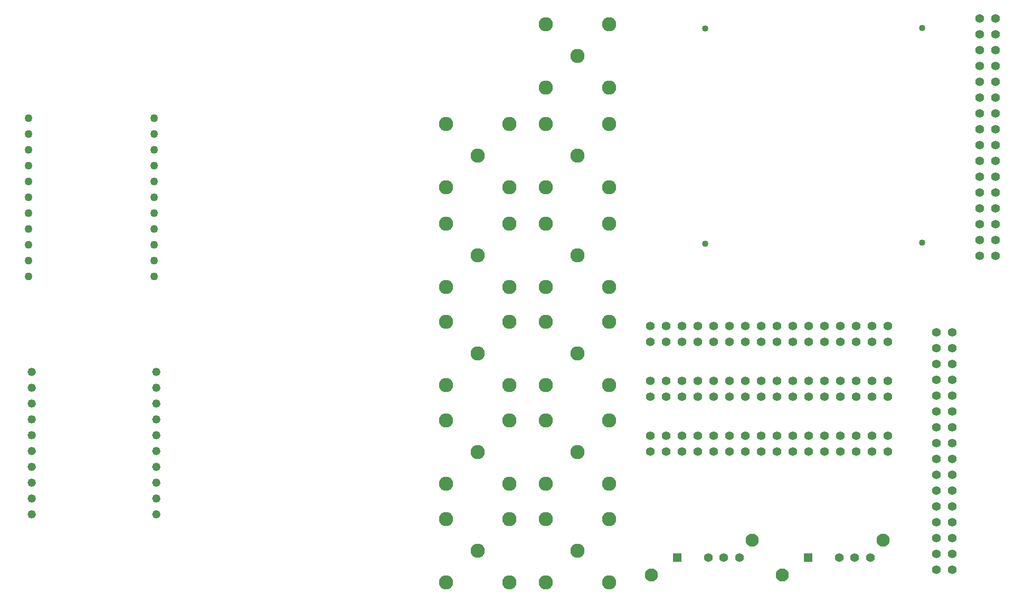
<source format=gbr>
%TF.GenerationSoftware,KiCad,Pcbnew,(6.0.8-1)-1*%
%TF.CreationDate,2022-11-09T12:39:36-05:00*%
%TF.ProjectId,HermEIS,4865726d-4549-4532-9e6b-696361645f70,rev?*%
%TF.SameCoordinates,Original*%
%TF.FileFunction,Soldermask,Bot*%
%TF.FilePolarity,Negative*%
%FSLAX46Y46*%
G04 Gerber Fmt 4.6, Leading zero omitted, Abs format (unit mm)*
G04 Created by KiCad (PCBNEW (6.0.8-1)-1) date 2022-11-09 12:39:36*
%MOMM*%
%LPD*%
G01*
G04 APERTURE LIST*
%ADD10C,2.286000*%
%ADD11C,1.016000*%
%ADD12C,1.397000*%
%ADD13C,1.270000*%
%ADD14C,1.320800*%
%ADD15R,1.408000X1.408000*%
%ADD16C,1.408000*%
%ADD17C,2.100000*%
G04 APERTURE END LIST*
D10*
%TO.C,J2*%
X107000000Y-57250000D03*
X101920000Y-62330000D03*
X112080000Y-62330000D03*
X101920000Y-52170000D03*
X112080000Y-52170000D03*
%TD*%
%TO.C,J7*%
X107000000Y-73250000D03*
X101920000Y-68170000D03*
X112080000Y-68170000D03*
X101920000Y-78330000D03*
X112080000Y-78330000D03*
%TD*%
D11*
%TO.C,J19*%
X143452000Y-36864750D03*
X143452000Y-71345250D03*
%TD*%
D12*
%TO.C,J18*%
X190032800Y-73355000D03*
X190032800Y-70815000D03*
X190032800Y-68275000D03*
X190032800Y-65735000D03*
X190032800Y-63195000D03*
X190032800Y-60655000D03*
X190032800Y-58115000D03*
X190032800Y-55575000D03*
X190032800Y-53035000D03*
X190032800Y-50495000D03*
X190032800Y-47955000D03*
X190032800Y-45415000D03*
X190032800Y-42875000D03*
X190032800Y-40335000D03*
X190032800Y-37795000D03*
X190032800Y-35255000D03*
X187492800Y-73355000D03*
X187492800Y-70815000D03*
X187492800Y-68275000D03*
X187492800Y-65735000D03*
X187492800Y-63195000D03*
X187492800Y-60655000D03*
X187492800Y-58115000D03*
X187492800Y-55575000D03*
X187492800Y-53035000D03*
X187492800Y-50495000D03*
X187492800Y-47955000D03*
X187492800Y-45415000D03*
X187492800Y-42875000D03*
X187492800Y-40335000D03*
X187492800Y-37795000D03*
X187492800Y-35255000D03*
%TD*%
%TO.C,J17*%
X183112800Y-123745000D03*
X183112800Y-121205000D03*
X183112800Y-118665000D03*
X183112800Y-116125000D03*
X183112800Y-113585000D03*
X183112800Y-111045000D03*
X183112800Y-108505000D03*
X183112800Y-105965000D03*
X183112800Y-103425000D03*
X183112800Y-100885000D03*
X183112800Y-98345000D03*
X183112800Y-95805000D03*
X183112800Y-93265000D03*
X183112800Y-90725000D03*
X183112800Y-88185000D03*
X183112800Y-85645000D03*
X180572800Y-123745000D03*
X180572800Y-121205000D03*
X180572800Y-118665000D03*
X180572800Y-116125000D03*
X180572800Y-113585000D03*
X180572800Y-111045000D03*
X180572800Y-108505000D03*
X180572800Y-105965000D03*
X180572800Y-103425000D03*
X180572800Y-100885000D03*
X180572800Y-98345000D03*
X180572800Y-95805000D03*
X180572800Y-93265000D03*
X180572800Y-90725000D03*
X180572800Y-88185000D03*
X180572800Y-85645000D03*
%TD*%
D13*
%TO.C,J16*%
X55115700Y-51255000D03*
X55115700Y-53795000D03*
X55115700Y-56335000D03*
X55115700Y-58875000D03*
X55115700Y-61415000D03*
X55115700Y-63955000D03*
X55115700Y-66495000D03*
X55115700Y-69035000D03*
X55115700Y-71575000D03*
X55115700Y-74115000D03*
X55115700Y-76655000D03*
%TD*%
D11*
%TO.C,J20*%
X178282000Y-36709750D03*
X178282000Y-71190250D03*
%TD*%
D10*
%TO.C,J6*%
X123020000Y-41280000D03*
X117940000Y-46360000D03*
X128100000Y-36200000D03*
X117940000Y-36200000D03*
X128100000Y-46360000D03*
%TD*%
D12*
%TO.C,J21*%
X134710000Y-95926133D03*
X137250000Y-95926133D03*
X139790000Y-95926133D03*
X142330000Y-95926133D03*
X144870000Y-95926133D03*
X147410000Y-95926133D03*
X149950000Y-95926133D03*
X152490000Y-95926133D03*
X155030000Y-95926133D03*
X157570000Y-95926133D03*
X160110000Y-95926133D03*
X162650000Y-95926133D03*
X165190000Y-95926133D03*
X167730000Y-95926133D03*
X170270000Y-95926133D03*
X172810000Y-95926133D03*
X134710000Y-93386133D03*
X137250000Y-93386133D03*
X139790000Y-93386133D03*
X142330000Y-93386133D03*
X144870000Y-93386133D03*
X147410000Y-93386133D03*
X149950000Y-93386133D03*
X152490000Y-93386133D03*
X155030000Y-93386133D03*
X157570000Y-93386133D03*
X160110000Y-93386133D03*
X162650000Y-93386133D03*
X165190000Y-93386133D03*
X167730000Y-93386133D03*
X170270000Y-93386133D03*
X172810000Y-93386133D03*
%TD*%
%TO.C,J22*%
X134710000Y-87142800D03*
X137250000Y-87142800D03*
X139790000Y-87142800D03*
X142330000Y-87142800D03*
X144870000Y-87142800D03*
X147410000Y-87142800D03*
X149950000Y-87142800D03*
X152490000Y-87142800D03*
X155030000Y-87142800D03*
X157570000Y-87142800D03*
X160110000Y-87142800D03*
X162650000Y-87142800D03*
X165190000Y-87142800D03*
X167730000Y-87142800D03*
X170270000Y-87142800D03*
X172810000Y-87142800D03*
X134710000Y-84602800D03*
X137250000Y-84602800D03*
X139790000Y-84602800D03*
X142330000Y-84602800D03*
X144870000Y-84602800D03*
X147410000Y-84602800D03*
X149950000Y-84602800D03*
X152490000Y-84602800D03*
X155030000Y-84602800D03*
X157570000Y-84602800D03*
X160110000Y-84602800D03*
X162650000Y-84602800D03*
X165190000Y-84602800D03*
X167730000Y-84602800D03*
X170270000Y-84602800D03*
X172810000Y-84602800D03*
%TD*%
D10*
%TO.C,J11*%
X123020000Y-120675000D03*
X128100000Y-125755000D03*
X117940000Y-125755000D03*
X117940000Y-115595000D03*
X128100000Y-115595000D03*
%TD*%
%TO.C,J5*%
X107000000Y-120670000D03*
X112080000Y-125750000D03*
X101920000Y-125750000D03*
X112080000Y-115590000D03*
X101920000Y-115590000D03*
%TD*%
D14*
%TO.C,J15*%
X55407500Y-91955000D03*
X55407500Y-94495000D03*
X55407500Y-97035000D03*
X55407500Y-99575000D03*
X55407500Y-102115000D03*
X55407500Y-104655000D03*
X55407500Y-107195000D03*
X55407500Y-109735000D03*
X55407500Y-112275000D03*
X55407500Y-114815000D03*
%TD*%
D10*
%TO.C,J10*%
X123020000Y-104825000D03*
X128100000Y-99745000D03*
X117940000Y-109905000D03*
X117940000Y-99745000D03*
X128100000Y-109905000D03*
%TD*%
%TO.C,J1*%
X123020000Y-57255000D03*
X128100000Y-52175000D03*
X117940000Y-52175000D03*
X128100000Y-62335000D03*
X117940000Y-62335000D03*
%TD*%
%TO.C,J8*%
X123020000Y-73255000D03*
X128100000Y-78335000D03*
X117940000Y-68175000D03*
X117940000Y-78335000D03*
X128100000Y-68175000D03*
%TD*%
%TO.C,J4*%
X107000000Y-104820000D03*
X101920000Y-109900000D03*
X101920000Y-99740000D03*
X112080000Y-99740000D03*
X112080000Y-109900000D03*
%TD*%
%TO.C,J3*%
X107000000Y-88970000D03*
X112080000Y-94050000D03*
X101920000Y-94050000D03*
X112080000Y-83890000D03*
X101920000Y-83890000D03*
%TD*%
D12*
%TO.C,J12*%
X134710000Y-104709466D03*
X137250000Y-104709466D03*
X139790000Y-104709466D03*
X142330000Y-104709466D03*
X144870000Y-104709466D03*
X147410000Y-104709466D03*
X149950000Y-104709466D03*
X152490000Y-104709466D03*
X155030000Y-104709466D03*
X157570000Y-104709466D03*
X160110000Y-104709466D03*
X162650000Y-104709466D03*
X165190000Y-104709466D03*
X167730000Y-104709466D03*
X170270000Y-104709466D03*
X172810000Y-104709466D03*
X134710000Y-102169466D03*
X137250000Y-102169466D03*
X139790000Y-102169466D03*
X142330000Y-102169466D03*
X144870000Y-102169466D03*
X147410000Y-102169466D03*
X149950000Y-102169466D03*
X152490000Y-102169466D03*
X155030000Y-102169466D03*
X157570000Y-102169466D03*
X160110000Y-102169466D03*
X162650000Y-102169466D03*
X165190000Y-102169466D03*
X167730000Y-102169466D03*
X170270000Y-102169466D03*
X172810000Y-102169466D03*
%TD*%
D13*
%TO.C,J14*%
X34910000Y-51255000D03*
X34910000Y-53795000D03*
X34910000Y-56335000D03*
X34910000Y-58875000D03*
X34910000Y-61415000D03*
X34910000Y-63955000D03*
X34910000Y-66495000D03*
X34910000Y-69035000D03*
X34910000Y-71575000D03*
X34910000Y-74115000D03*
X34910000Y-76655000D03*
%TD*%
D15*
%TO.C,S1*%
X159950000Y-121750000D03*
D16*
X164950000Y-121750000D03*
X167450000Y-121750000D03*
X169950000Y-121750000D03*
D17*
X155850000Y-124550000D03*
X172050000Y-118950000D03*
%TD*%
D14*
%TO.C,J13*%
X35420000Y-91955000D03*
X35420000Y-94495000D03*
X35420000Y-97035000D03*
X35420000Y-99575000D03*
X35420000Y-102115000D03*
X35420000Y-104655000D03*
X35420000Y-107195000D03*
X35420000Y-109735000D03*
X35420000Y-112275000D03*
X35420000Y-114815000D03*
%TD*%
D10*
%TO.C,J9*%
X123020000Y-88975000D03*
X117940000Y-94055000D03*
X128100000Y-94055000D03*
X128100000Y-83895000D03*
X117940000Y-83895000D03*
%TD*%
D15*
%TO.C,S2*%
X138950000Y-121750000D03*
D16*
X143950000Y-121750000D03*
X146450000Y-121750000D03*
X148950000Y-121750000D03*
D17*
X134850000Y-124550000D03*
X151050000Y-118950000D03*
%TD*%
M02*

</source>
